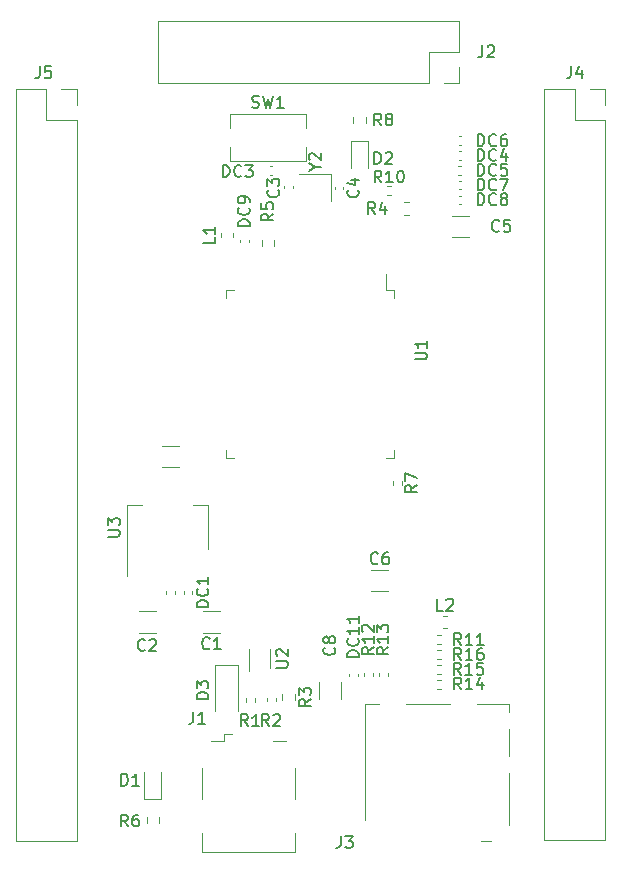
<source format=gbr>
%TF.GenerationSoftware,KiCad,Pcbnew,7.0.6*%
%TF.CreationDate,2023-07-17T14:52:58-07:00*%
%TF.ProjectId,pcb,7063622e-6b69-4636-9164-5f7063625858,rev?*%
%TF.SameCoordinates,Original*%
%TF.FileFunction,Legend,Top*%
%TF.FilePolarity,Positive*%
%FSLAX46Y46*%
G04 Gerber Fmt 4.6, Leading zero omitted, Abs format (unit mm)*
G04 Created by KiCad (PCBNEW 7.0.6) date 2023-07-17 14:52:58*
%MOMM*%
%LPD*%
G01*
G04 APERTURE LIST*
%ADD10C,0.150000*%
%ADD11C,0.120000*%
G04 APERTURE END LIST*
D10*
X95374819Y-86416666D02*
X94898628Y-86749999D01*
X95374819Y-86988094D02*
X94374819Y-86988094D01*
X94374819Y-86988094D02*
X94374819Y-86607142D01*
X94374819Y-86607142D02*
X94422438Y-86511904D01*
X94422438Y-86511904D02*
X94470057Y-86464285D01*
X94470057Y-86464285D02*
X94565295Y-86416666D01*
X94565295Y-86416666D02*
X94708152Y-86416666D01*
X94708152Y-86416666D02*
X94803390Y-86464285D01*
X94803390Y-86464285D02*
X94851009Y-86511904D01*
X94851009Y-86511904D02*
X94898628Y-86607142D01*
X94898628Y-86607142D02*
X94898628Y-86988094D01*
X94374819Y-86083332D02*
X94374819Y-85416666D01*
X94374819Y-85416666D02*
X95374819Y-85845237D01*
X100916666Y-49184819D02*
X100916666Y-49899104D01*
X100916666Y-49899104D02*
X100869047Y-50041961D01*
X100869047Y-50041961D02*
X100773809Y-50137200D01*
X100773809Y-50137200D02*
X100630952Y-50184819D01*
X100630952Y-50184819D02*
X100535714Y-50184819D01*
X101345238Y-49280057D02*
X101392857Y-49232438D01*
X101392857Y-49232438D02*
X101488095Y-49184819D01*
X101488095Y-49184819D02*
X101726190Y-49184819D01*
X101726190Y-49184819D02*
X101821428Y-49232438D01*
X101821428Y-49232438D02*
X101869047Y-49280057D01*
X101869047Y-49280057D02*
X101916666Y-49375295D01*
X101916666Y-49375295D02*
X101916666Y-49470533D01*
X101916666Y-49470533D02*
X101869047Y-49613390D01*
X101869047Y-49613390D02*
X101297619Y-50184819D01*
X101297619Y-50184819D02*
X101916666Y-50184819D01*
X99107142Y-99954819D02*
X98773809Y-99478628D01*
X98535714Y-99954819D02*
X98535714Y-98954819D01*
X98535714Y-98954819D02*
X98916666Y-98954819D01*
X98916666Y-98954819D02*
X99011904Y-99002438D01*
X99011904Y-99002438D02*
X99059523Y-99050057D01*
X99059523Y-99050057D02*
X99107142Y-99145295D01*
X99107142Y-99145295D02*
X99107142Y-99288152D01*
X99107142Y-99288152D02*
X99059523Y-99383390D01*
X99059523Y-99383390D02*
X99011904Y-99431009D01*
X99011904Y-99431009D02*
X98916666Y-99478628D01*
X98916666Y-99478628D02*
X98535714Y-99478628D01*
X100059523Y-99954819D02*
X99488095Y-99954819D01*
X99773809Y-99954819D02*
X99773809Y-98954819D01*
X99773809Y-98954819D02*
X99678571Y-99097676D01*
X99678571Y-99097676D02*
X99583333Y-99192914D01*
X99583333Y-99192914D02*
X99488095Y-99240533D01*
X101011904Y-99954819D02*
X100440476Y-99954819D01*
X100726190Y-99954819D02*
X100726190Y-98954819D01*
X100726190Y-98954819D02*
X100630952Y-99097676D01*
X100630952Y-99097676D02*
X100535714Y-99192914D01*
X100535714Y-99192914D02*
X100440476Y-99240533D01*
X69204819Y-90761904D02*
X70014342Y-90761904D01*
X70014342Y-90761904D02*
X70109580Y-90714285D01*
X70109580Y-90714285D02*
X70157200Y-90666666D01*
X70157200Y-90666666D02*
X70204819Y-90571428D01*
X70204819Y-90571428D02*
X70204819Y-90380952D01*
X70204819Y-90380952D02*
X70157200Y-90285714D01*
X70157200Y-90285714D02*
X70109580Y-90238095D01*
X70109580Y-90238095D02*
X70014342Y-90190476D01*
X70014342Y-90190476D02*
X69204819Y-90190476D01*
X69204819Y-89809523D02*
X69204819Y-89190476D01*
X69204819Y-89190476D02*
X69585771Y-89523809D01*
X69585771Y-89523809D02*
X69585771Y-89380952D01*
X69585771Y-89380952D02*
X69633390Y-89285714D01*
X69633390Y-89285714D02*
X69681009Y-89238095D01*
X69681009Y-89238095D02*
X69776247Y-89190476D01*
X69776247Y-89190476D02*
X70014342Y-89190476D01*
X70014342Y-89190476D02*
X70109580Y-89238095D01*
X70109580Y-89238095D02*
X70157200Y-89285714D01*
X70157200Y-89285714D02*
X70204819Y-89380952D01*
X70204819Y-89380952D02*
X70204819Y-89666666D01*
X70204819Y-89666666D02*
X70157200Y-89761904D01*
X70157200Y-89761904D02*
X70109580Y-89809523D01*
X77704819Y-96738094D02*
X76704819Y-96738094D01*
X76704819Y-96738094D02*
X76704819Y-96499999D01*
X76704819Y-96499999D02*
X76752438Y-96357142D01*
X76752438Y-96357142D02*
X76847676Y-96261904D01*
X76847676Y-96261904D02*
X76942914Y-96214285D01*
X76942914Y-96214285D02*
X77133390Y-96166666D01*
X77133390Y-96166666D02*
X77276247Y-96166666D01*
X77276247Y-96166666D02*
X77466723Y-96214285D01*
X77466723Y-96214285D02*
X77561961Y-96261904D01*
X77561961Y-96261904D02*
X77657200Y-96357142D01*
X77657200Y-96357142D02*
X77704819Y-96499999D01*
X77704819Y-96499999D02*
X77704819Y-96738094D01*
X77609580Y-95166666D02*
X77657200Y-95214285D01*
X77657200Y-95214285D02*
X77704819Y-95357142D01*
X77704819Y-95357142D02*
X77704819Y-95452380D01*
X77704819Y-95452380D02*
X77657200Y-95595237D01*
X77657200Y-95595237D02*
X77561961Y-95690475D01*
X77561961Y-95690475D02*
X77466723Y-95738094D01*
X77466723Y-95738094D02*
X77276247Y-95785713D01*
X77276247Y-95785713D02*
X77133390Y-95785713D01*
X77133390Y-95785713D02*
X76942914Y-95738094D01*
X76942914Y-95738094D02*
X76847676Y-95690475D01*
X76847676Y-95690475D02*
X76752438Y-95595237D01*
X76752438Y-95595237D02*
X76704819Y-95452380D01*
X76704819Y-95452380D02*
X76704819Y-95357142D01*
X76704819Y-95357142D02*
X76752438Y-95214285D01*
X76752438Y-95214285D02*
X76800057Y-95166666D01*
X77704819Y-94214285D02*
X77704819Y-94785713D01*
X77704819Y-94499999D02*
X76704819Y-94499999D01*
X76704819Y-94499999D02*
X76847676Y-94595237D01*
X76847676Y-94595237D02*
X76942914Y-94690475D01*
X76942914Y-94690475D02*
X76990533Y-94785713D01*
X77808333Y-100209580D02*
X77760714Y-100257200D01*
X77760714Y-100257200D02*
X77617857Y-100304819D01*
X77617857Y-100304819D02*
X77522619Y-100304819D01*
X77522619Y-100304819D02*
X77379762Y-100257200D01*
X77379762Y-100257200D02*
X77284524Y-100161961D01*
X77284524Y-100161961D02*
X77236905Y-100066723D01*
X77236905Y-100066723D02*
X77189286Y-99876247D01*
X77189286Y-99876247D02*
X77189286Y-99733390D01*
X77189286Y-99733390D02*
X77236905Y-99542914D01*
X77236905Y-99542914D02*
X77284524Y-99447676D01*
X77284524Y-99447676D02*
X77379762Y-99352438D01*
X77379762Y-99352438D02*
X77522619Y-99304819D01*
X77522619Y-99304819D02*
X77617857Y-99304819D01*
X77617857Y-99304819D02*
X77760714Y-99352438D01*
X77760714Y-99352438D02*
X77808333Y-99400057D01*
X78760714Y-100304819D02*
X78189286Y-100304819D01*
X78475000Y-100304819D02*
X78475000Y-99304819D01*
X78475000Y-99304819D02*
X78379762Y-99447676D01*
X78379762Y-99447676D02*
X78284524Y-99542914D01*
X78284524Y-99542914D02*
X78189286Y-99590533D01*
X76416666Y-105604819D02*
X76416666Y-106319104D01*
X76416666Y-106319104D02*
X76369047Y-106461961D01*
X76369047Y-106461961D02*
X76273809Y-106557200D01*
X76273809Y-106557200D02*
X76130952Y-106604819D01*
X76130952Y-106604819D02*
X76035714Y-106604819D01*
X77416666Y-106604819D02*
X76845238Y-106604819D01*
X77130952Y-106604819D02*
X77130952Y-105604819D01*
X77130952Y-105604819D02*
X77035714Y-105747676D01*
X77035714Y-105747676D02*
X76940476Y-105842914D01*
X76940476Y-105842914D02*
X76845238Y-105890533D01*
X63416666Y-50954819D02*
X63416666Y-51669104D01*
X63416666Y-51669104D02*
X63369047Y-51811961D01*
X63369047Y-51811961D02*
X63273809Y-51907200D01*
X63273809Y-51907200D02*
X63130952Y-51954819D01*
X63130952Y-51954819D02*
X63035714Y-51954819D01*
X64369047Y-50954819D02*
X63892857Y-50954819D01*
X63892857Y-50954819D02*
X63845238Y-51431009D01*
X63845238Y-51431009D02*
X63892857Y-51383390D01*
X63892857Y-51383390D02*
X63988095Y-51335771D01*
X63988095Y-51335771D02*
X64226190Y-51335771D01*
X64226190Y-51335771D02*
X64321428Y-51383390D01*
X64321428Y-51383390D02*
X64369047Y-51431009D01*
X64369047Y-51431009D02*
X64416666Y-51526247D01*
X64416666Y-51526247D02*
X64416666Y-51764342D01*
X64416666Y-51764342D02*
X64369047Y-51859580D01*
X64369047Y-51859580D02*
X64321428Y-51907200D01*
X64321428Y-51907200D02*
X64226190Y-51954819D01*
X64226190Y-51954819D02*
X63988095Y-51954819D01*
X63988095Y-51954819D02*
X63892857Y-51907200D01*
X63892857Y-51907200D02*
X63845238Y-51859580D01*
X108416666Y-50954819D02*
X108416666Y-51669104D01*
X108416666Y-51669104D02*
X108369047Y-51811961D01*
X108369047Y-51811961D02*
X108273809Y-51907200D01*
X108273809Y-51907200D02*
X108130952Y-51954819D01*
X108130952Y-51954819D02*
X108035714Y-51954819D01*
X109321428Y-51288152D02*
X109321428Y-51954819D01*
X109083333Y-50907200D02*
X108845238Y-51621485D01*
X108845238Y-51621485D02*
X109464285Y-51621485D01*
X88916666Y-116124819D02*
X88916666Y-116839104D01*
X88916666Y-116839104D02*
X88869047Y-116981961D01*
X88869047Y-116981961D02*
X88773809Y-117077200D01*
X88773809Y-117077200D02*
X88630952Y-117124819D01*
X88630952Y-117124819D02*
X88535714Y-117124819D01*
X89297619Y-116124819D02*
X89916666Y-116124819D01*
X89916666Y-116124819D02*
X89583333Y-116505771D01*
X89583333Y-116505771D02*
X89726190Y-116505771D01*
X89726190Y-116505771D02*
X89821428Y-116553390D01*
X89821428Y-116553390D02*
X89869047Y-116601009D01*
X89869047Y-116601009D02*
X89916666Y-116696247D01*
X89916666Y-116696247D02*
X89916666Y-116934342D01*
X89916666Y-116934342D02*
X89869047Y-117029580D01*
X89869047Y-117029580D02*
X89821428Y-117077200D01*
X89821428Y-117077200D02*
X89726190Y-117124819D01*
X89726190Y-117124819D02*
X89440476Y-117124819D01*
X89440476Y-117124819D02*
X89345238Y-117077200D01*
X89345238Y-117077200D02*
X89297619Y-117029580D01*
X99107142Y-101204819D02*
X98773809Y-100728628D01*
X98535714Y-101204819D02*
X98535714Y-100204819D01*
X98535714Y-100204819D02*
X98916666Y-100204819D01*
X98916666Y-100204819D02*
X99011904Y-100252438D01*
X99011904Y-100252438D02*
X99059523Y-100300057D01*
X99059523Y-100300057D02*
X99107142Y-100395295D01*
X99107142Y-100395295D02*
X99107142Y-100538152D01*
X99107142Y-100538152D02*
X99059523Y-100633390D01*
X99059523Y-100633390D02*
X99011904Y-100681009D01*
X99011904Y-100681009D02*
X98916666Y-100728628D01*
X98916666Y-100728628D02*
X98535714Y-100728628D01*
X100059523Y-101204819D02*
X99488095Y-101204819D01*
X99773809Y-101204819D02*
X99773809Y-100204819D01*
X99773809Y-100204819D02*
X99678571Y-100347676D01*
X99678571Y-100347676D02*
X99583333Y-100442914D01*
X99583333Y-100442914D02*
X99488095Y-100490533D01*
X100916666Y-100204819D02*
X100726190Y-100204819D01*
X100726190Y-100204819D02*
X100630952Y-100252438D01*
X100630952Y-100252438D02*
X100583333Y-100300057D01*
X100583333Y-100300057D02*
X100488095Y-100442914D01*
X100488095Y-100442914D02*
X100440476Y-100633390D01*
X100440476Y-100633390D02*
X100440476Y-101014342D01*
X100440476Y-101014342D02*
X100488095Y-101109580D01*
X100488095Y-101109580D02*
X100535714Y-101157200D01*
X100535714Y-101157200D02*
X100630952Y-101204819D01*
X100630952Y-101204819D02*
X100821428Y-101204819D01*
X100821428Y-101204819D02*
X100916666Y-101157200D01*
X100916666Y-101157200D02*
X100964285Y-101109580D01*
X100964285Y-101109580D02*
X101011904Y-101014342D01*
X101011904Y-101014342D02*
X101011904Y-100776247D01*
X101011904Y-100776247D02*
X100964285Y-100681009D01*
X100964285Y-100681009D02*
X100916666Y-100633390D01*
X100916666Y-100633390D02*
X100821428Y-100585771D01*
X100821428Y-100585771D02*
X100630952Y-100585771D01*
X100630952Y-100585771D02*
X100535714Y-100633390D01*
X100535714Y-100633390D02*
X100488095Y-100681009D01*
X100488095Y-100681009D02*
X100440476Y-100776247D01*
X97583333Y-97024819D02*
X97107143Y-97024819D01*
X97107143Y-97024819D02*
X97107143Y-96024819D01*
X97869048Y-96120057D02*
X97916667Y-96072438D01*
X97916667Y-96072438D02*
X98011905Y-96024819D01*
X98011905Y-96024819D02*
X98250000Y-96024819D01*
X98250000Y-96024819D02*
X98345238Y-96072438D01*
X98345238Y-96072438D02*
X98392857Y-96120057D01*
X98392857Y-96120057D02*
X98440476Y-96215295D01*
X98440476Y-96215295D02*
X98440476Y-96310533D01*
X98440476Y-96310533D02*
X98392857Y-96453390D01*
X98392857Y-96453390D02*
X97821429Y-97024819D01*
X97821429Y-97024819D02*
X98440476Y-97024819D01*
X95199819Y-75761904D02*
X96009342Y-75761904D01*
X96009342Y-75761904D02*
X96104580Y-75714285D01*
X96104580Y-75714285D02*
X96152200Y-75666666D01*
X96152200Y-75666666D02*
X96199819Y-75571428D01*
X96199819Y-75571428D02*
X96199819Y-75380952D01*
X96199819Y-75380952D02*
X96152200Y-75285714D01*
X96152200Y-75285714D02*
X96104580Y-75238095D01*
X96104580Y-75238095D02*
X96009342Y-75190476D01*
X96009342Y-75190476D02*
X95199819Y-75190476D01*
X96199819Y-74190476D02*
X96199819Y-74761904D01*
X96199819Y-74476190D02*
X95199819Y-74476190D01*
X95199819Y-74476190D02*
X95342676Y-74571428D01*
X95342676Y-74571428D02*
X95437914Y-74666666D01*
X95437914Y-74666666D02*
X95485533Y-74761904D01*
X100511905Y-57704819D02*
X100511905Y-56704819D01*
X100511905Y-56704819D02*
X100750000Y-56704819D01*
X100750000Y-56704819D02*
X100892857Y-56752438D01*
X100892857Y-56752438D02*
X100988095Y-56847676D01*
X100988095Y-56847676D02*
X101035714Y-56942914D01*
X101035714Y-56942914D02*
X101083333Y-57133390D01*
X101083333Y-57133390D02*
X101083333Y-57276247D01*
X101083333Y-57276247D02*
X101035714Y-57466723D01*
X101035714Y-57466723D02*
X100988095Y-57561961D01*
X100988095Y-57561961D02*
X100892857Y-57657200D01*
X100892857Y-57657200D02*
X100750000Y-57704819D01*
X100750000Y-57704819D02*
X100511905Y-57704819D01*
X102083333Y-57609580D02*
X102035714Y-57657200D01*
X102035714Y-57657200D02*
X101892857Y-57704819D01*
X101892857Y-57704819D02*
X101797619Y-57704819D01*
X101797619Y-57704819D02*
X101654762Y-57657200D01*
X101654762Y-57657200D02*
X101559524Y-57561961D01*
X101559524Y-57561961D02*
X101511905Y-57466723D01*
X101511905Y-57466723D02*
X101464286Y-57276247D01*
X101464286Y-57276247D02*
X101464286Y-57133390D01*
X101464286Y-57133390D02*
X101511905Y-56942914D01*
X101511905Y-56942914D02*
X101559524Y-56847676D01*
X101559524Y-56847676D02*
X101654762Y-56752438D01*
X101654762Y-56752438D02*
X101797619Y-56704819D01*
X101797619Y-56704819D02*
X101892857Y-56704819D01*
X101892857Y-56704819D02*
X102035714Y-56752438D01*
X102035714Y-56752438D02*
X102083333Y-56800057D01*
X102940476Y-56704819D02*
X102750000Y-56704819D01*
X102750000Y-56704819D02*
X102654762Y-56752438D01*
X102654762Y-56752438D02*
X102607143Y-56800057D01*
X102607143Y-56800057D02*
X102511905Y-56942914D01*
X102511905Y-56942914D02*
X102464286Y-57133390D01*
X102464286Y-57133390D02*
X102464286Y-57514342D01*
X102464286Y-57514342D02*
X102511905Y-57609580D01*
X102511905Y-57609580D02*
X102559524Y-57657200D01*
X102559524Y-57657200D02*
X102654762Y-57704819D01*
X102654762Y-57704819D02*
X102845238Y-57704819D01*
X102845238Y-57704819D02*
X102940476Y-57657200D01*
X102940476Y-57657200D02*
X102988095Y-57609580D01*
X102988095Y-57609580D02*
X103035714Y-57514342D01*
X103035714Y-57514342D02*
X103035714Y-57276247D01*
X103035714Y-57276247D02*
X102988095Y-57181009D01*
X102988095Y-57181009D02*
X102940476Y-57133390D01*
X102940476Y-57133390D02*
X102845238Y-57085771D01*
X102845238Y-57085771D02*
X102654762Y-57085771D01*
X102654762Y-57085771D02*
X102559524Y-57133390D01*
X102559524Y-57133390D02*
X102511905Y-57181009D01*
X102511905Y-57181009D02*
X102464286Y-57276247D01*
X91833333Y-63454819D02*
X91500000Y-62978628D01*
X91261905Y-63454819D02*
X91261905Y-62454819D01*
X91261905Y-62454819D02*
X91642857Y-62454819D01*
X91642857Y-62454819D02*
X91738095Y-62502438D01*
X91738095Y-62502438D02*
X91785714Y-62550057D01*
X91785714Y-62550057D02*
X91833333Y-62645295D01*
X91833333Y-62645295D02*
X91833333Y-62788152D01*
X91833333Y-62788152D02*
X91785714Y-62883390D01*
X91785714Y-62883390D02*
X91738095Y-62931009D01*
X91738095Y-62931009D02*
X91642857Y-62978628D01*
X91642857Y-62978628D02*
X91261905Y-62978628D01*
X92690476Y-62788152D02*
X92690476Y-63454819D01*
X92452381Y-62407200D02*
X92214286Y-63121485D01*
X92214286Y-63121485D02*
X92833333Y-63121485D01*
X78931905Y-60304819D02*
X78931905Y-59304819D01*
X78931905Y-59304819D02*
X79170000Y-59304819D01*
X79170000Y-59304819D02*
X79312857Y-59352438D01*
X79312857Y-59352438D02*
X79408095Y-59447676D01*
X79408095Y-59447676D02*
X79455714Y-59542914D01*
X79455714Y-59542914D02*
X79503333Y-59733390D01*
X79503333Y-59733390D02*
X79503333Y-59876247D01*
X79503333Y-59876247D02*
X79455714Y-60066723D01*
X79455714Y-60066723D02*
X79408095Y-60161961D01*
X79408095Y-60161961D02*
X79312857Y-60257200D01*
X79312857Y-60257200D02*
X79170000Y-60304819D01*
X79170000Y-60304819D02*
X78931905Y-60304819D01*
X80503333Y-60209580D02*
X80455714Y-60257200D01*
X80455714Y-60257200D02*
X80312857Y-60304819D01*
X80312857Y-60304819D02*
X80217619Y-60304819D01*
X80217619Y-60304819D02*
X80074762Y-60257200D01*
X80074762Y-60257200D02*
X79979524Y-60161961D01*
X79979524Y-60161961D02*
X79931905Y-60066723D01*
X79931905Y-60066723D02*
X79884286Y-59876247D01*
X79884286Y-59876247D02*
X79884286Y-59733390D01*
X79884286Y-59733390D02*
X79931905Y-59542914D01*
X79931905Y-59542914D02*
X79979524Y-59447676D01*
X79979524Y-59447676D02*
X80074762Y-59352438D01*
X80074762Y-59352438D02*
X80217619Y-59304819D01*
X80217619Y-59304819D02*
X80312857Y-59304819D01*
X80312857Y-59304819D02*
X80455714Y-59352438D01*
X80455714Y-59352438D02*
X80503333Y-59400057D01*
X80836667Y-59304819D02*
X81455714Y-59304819D01*
X81455714Y-59304819D02*
X81122381Y-59685771D01*
X81122381Y-59685771D02*
X81265238Y-59685771D01*
X81265238Y-59685771D02*
X81360476Y-59733390D01*
X81360476Y-59733390D02*
X81408095Y-59781009D01*
X81408095Y-59781009D02*
X81455714Y-59876247D01*
X81455714Y-59876247D02*
X81455714Y-60114342D01*
X81455714Y-60114342D02*
X81408095Y-60209580D01*
X81408095Y-60209580D02*
X81360476Y-60257200D01*
X81360476Y-60257200D02*
X81265238Y-60304819D01*
X81265238Y-60304819D02*
X80979524Y-60304819D01*
X80979524Y-60304819D02*
X80884286Y-60257200D01*
X80884286Y-60257200D02*
X80836667Y-60209580D01*
X86728628Y-59476190D02*
X87204819Y-59476190D01*
X86204819Y-59809523D02*
X86728628Y-59476190D01*
X86728628Y-59476190D02*
X86204819Y-59142857D01*
X86300057Y-58857142D02*
X86252438Y-58809523D01*
X86252438Y-58809523D02*
X86204819Y-58714285D01*
X86204819Y-58714285D02*
X86204819Y-58476190D01*
X86204819Y-58476190D02*
X86252438Y-58380952D01*
X86252438Y-58380952D02*
X86300057Y-58333333D01*
X86300057Y-58333333D02*
X86395295Y-58285714D01*
X86395295Y-58285714D02*
X86490533Y-58285714D01*
X86490533Y-58285714D02*
X86633390Y-58333333D01*
X86633390Y-58333333D02*
X87204819Y-58904761D01*
X87204819Y-58904761D02*
X87204819Y-58285714D01*
X99097142Y-102454819D02*
X98763809Y-101978628D01*
X98525714Y-102454819D02*
X98525714Y-101454819D01*
X98525714Y-101454819D02*
X98906666Y-101454819D01*
X98906666Y-101454819D02*
X99001904Y-101502438D01*
X99001904Y-101502438D02*
X99049523Y-101550057D01*
X99049523Y-101550057D02*
X99097142Y-101645295D01*
X99097142Y-101645295D02*
X99097142Y-101788152D01*
X99097142Y-101788152D02*
X99049523Y-101883390D01*
X99049523Y-101883390D02*
X99001904Y-101931009D01*
X99001904Y-101931009D02*
X98906666Y-101978628D01*
X98906666Y-101978628D02*
X98525714Y-101978628D01*
X100049523Y-102454819D02*
X99478095Y-102454819D01*
X99763809Y-102454819D02*
X99763809Y-101454819D01*
X99763809Y-101454819D02*
X99668571Y-101597676D01*
X99668571Y-101597676D02*
X99573333Y-101692914D01*
X99573333Y-101692914D02*
X99478095Y-101740533D01*
X100954285Y-101454819D02*
X100478095Y-101454819D01*
X100478095Y-101454819D02*
X100430476Y-101931009D01*
X100430476Y-101931009D02*
X100478095Y-101883390D01*
X100478095Y-101883390D02*
X100573333Y-101835771D01*
X100573333Y-101835771D02*
X100811428Y-101835771D01*
X100811428Y-101835771D02*
X100906666Y-101883390D01*
X100906666Y-101883390D02*
X100954285Y-101931009D01*
X100954285Y-101931009D02*
X101001904Y-102026247D01*
X101001904Y-102026247D02*
X101001904Y-102264342D01*
X101001904Y-102264342D02*
X100954285Y-102359580D01*
X100954285Y-102359580D02*
X100906666Y-102407200D01*
X100906666Y-102407200D02*
X100811428Y-102454819D01*
X100811428Y-102454819D02*
X100573333Y-102454819D01*
X100573333Y-102454819D02*
X100478095Y-102407200D01*
X100478095Y-102407200D02*
X100430476Y-102359580D01*
X99107142Y-103704819D02*
X98773809Y-103228628D01*
X98535714Y-103704819D02*
X98535714Y-102704819D01*
X98535714Y-102704819D02*
X98916666Y-102704819D01*
X98916666Y-102704819D02*
X99011904Y-102752438D01*
X99011904Y-102752438D02*
X99059523Y-102800057D01*
X99059523Y-102800057D02*
X99107142Y-102895295D01*
X99107142Y-102895295D02*
X99107142Y-103038152D01*
X99107142Y-103038152D02*
X99059523Y-103133390D01*
X99059523Y-103133390D02*
X99011904Y-103181009D01*
X99011904Y-103181009D02*
X98916666Y-103228628D01*
X98916666Y-103228628D02*
X98535714Y-103228628D01*
X100059523Y-103704819D02*
X99488095Y-103704819D01*
X99773809Y-103704819D02*
X99773809Y-102704819D01*
X99773809Y-102704819D02*
X99678571Y-102847676D01*
X99678571Y-102847676D02*
X99583333Y-102942914D01*
X99583333Y-102942914D02*
X99488095Y-102990533D01*
X100916666Y-103038152D02*
X100916666Y-103704819D01*
X100678571Y-102657200D02*
X100440476Y-103371485D01*
X100440476Y-103371485D02*
X101059523Y-103371485D01*
X100511905Y-60204819D02*
X100511905Y-59204819D01*
X100511905Y-59204819D02*
X100750000Y-59204819D01*
X100750000Y-59204819D02*
X100892857Y-59252438D01*
X100892857Y-59252438D02*
X100988095Y-59347676D01*
X100988095Y-59347676D02*
X101035714Y-59442914D01*
X101035714Y-59442914D02*
X101083333Y-59633390D01*
X101083333Y-59633390D02*
X101083333Y-59776247D01*
X101083333Y-59776247D02*
X101035714Y-59966723D01*
X101035714Y-59966723D02*
X100988095Y-60061961D01*
X100988095Y-60061961D02*
X100892857Y-60157200D01*
X100892857Y-60157200D02*
X100750000Y-60204819D01*
X100750000Y-60204819D02*
X100511905Y-60204819D01*
X102083333Y-60109580D02*
X102035714Y-60157200D01*
X102035714Y-60157200D02*
X101892857Y-60204819D01*
X101892857Y-60204819D02*
X101797619Y-60204819D01*
X101797619Y-60204819D02*
X101654762Y-60157200D01*
X101654762Y-60157200D02*
X101559524Y-60061961D01*
X101559524Y-60061961D02*
X101511905Y-59966723D01*
X101511905Y-59966723D02*
X101464286Y-59776247D01*
X101464286Y-59776247D02*
X101464286Y-59633390D01*
X101464286Y-59633390D02*
X101511905Y-59442914D01*
X101511905Y-59442914D02*
X101559524Y-59347676D01*
X101559524Y-59347676D02*
X101654762Y-59252438D01*
X101654762Y-59252438D02*
X101797619Y-59204819D01*
X101797619Y-59204819D02*
X101892857Y-59204819D01*
X101892857Y-59204819D02*
X102035714Y-59252438D01*
X102035714Y-59252438D02*
X102083333Y-59300057D01*
X102988095Y-59204819D02*
X102511905Y-59204819D01*
X102511905Y-59204819D02*
X102464286Y-59681009D01*
X102464286Y-59681009D02*
X102511905Y-59633390D01*
X102511905Y-59633390D02*
X102607143Y-59585771D01*
X102607143Y-59585771D02*
X102845238Y-59585771D01*
X102845238Y-59585771D02*
X102940476Y-59633390D01*
X102940476Y-59633390D02*
X102988095Y-59681009D01*
X102988095Y-59681009D02*
X103035714Y-59776247D01*
X103035714Y-59776247D02*
X103035714Y-60014342D01*
X103035714Y-60014342D02*
X102988095Y-60109580D01*
X102988095Y-60109580D02*
X102940476Y-60157200D01*
X102940476Y-60157200D02*
X102845238Y-60204819D01*
X102845238Y-60204819D02*
X102607143Y-60204819D01*
X102607143Y-60204819D02*
X102511905Y-60157200D01*
X102511905Y-60157200D02*
X102464286Y-60109580D01*
X100511905Y-58954819D02*
X100511905Y-57954819D01*
X100511905Y-57954819D02*
X100750000Y-57954819D01*
X100750000Y-57954819D02*
X100892857Y-58002438D01*
X100892857Y-58002438D02*
X100988095Y-58097676D01*
X100988095Y-58097676D02*
X101035714Y-58192914D01*
X101035714Y-58192914D02*
X101083333Y-58383390D01*
X101083333Y-58383390D02*
X101083333Y-58526247D01*
X101083333Y-58526247D02*
X101035714Y-58716723D01*
X101035714Y-58716723D02*
X100988095Y-58811961D01*
X100988095Y-58811961D02*
X100892857Y-58907200D01*
X100892857Y-58907200D02*
X100750000Y-58954819D01*
X100750000Y-58954819D02*
X100511905Y-58954819D01*
X102083333Y-58859580D02*
X102035714Y-58907200D01*
X102035714Y-58907200D02*
X101892857Y-58954819D01*
X101892857Y-58954819D02*
X101797619Y-58954819D01*
X101797619Y-58954819D02*
X101654762Y-58907200D01*
X101654762Y-58907200D02*
X101559524Y-58811961D01*
X101559524Y-58811961D02*
X101511905Y-58716723D01*
X101511905Y-58716723D02*
X101464286Y-58526247D01*
X101464286Y-58526247D02*
X101464286Y-58383390D01*
X101464286Y-58383390D02*
X101511905Y-58192914D01*
X101511905Y-58192914D02*
X101559524Y-58097676D01*
X101559524Y-58097676D02*
X101654762Y-58002438D01*
X101654762Y-58002438D02*
X101797619Y-57954819D01*
X101797619Y-57954819D02*
X101892857Y-57954819D01*
X101892857Y-57954819D02*
X102035714Y-58002438D01*
X102035714Y-58002438D02*
X102083333Y-58050057D01*
X102940476Y-58288152D02*
X102940476Y-58954819D01*
X102702381Y-57907200D02*
X102464286Y-58621485D01*
X102464286Y-58621485D02*
X103083333Y-58621485D01*
X92954819Y-100142857D02*
X92478628Y-100476190D01*
X92954819Y-100714285D02*
X91954819Y-100714285D01*
X91954819Y-100714285D02*
X91954819Y-100333333D01*
X91954819Y-100333333D02*
X92002438Y-100238095D01*
X92002438Y-100238095D02*
X92050057Y-100190476D01*
X92050057Y-100190476D02*
X92145295Y-100142857D01*
X92145295Y-100142857D02*
X92288152Y-100142857D01*
X92288152Y-100142857D02*
X92383390Y-100190476D01*
X92383390Y-100190476D02*
X92431009Y-100238095D01*
X92431009Y-100238095D02*
X92478628Y-100333333D01*
X92478628Y-100333333D02*
X92478628Y-100714285D01*
X92954819Y-99190476D02*
X92954819Y-99761904D01*
X92954819Y-99476190D02*
X91954819Y-99476190D01*
X91954819Y-99476190D02*
X92097676Y-99571428D01*
X92097676Y-99571428D02*
X92192914Y-99666666D01*
X92192914Y-99666666D02*
X92240533Y-99761904D01*
X91954819Y-98857142D02*
X91954819Y-98238095D01*
X91954819Y-98238095D02*
X92335771Y-98571428D01*
X92335771Y-98571428D02*
X92335771Y-98428571D01*
X92335771Y-98428571D02*
X92383390Y-98333333D01*
X92383390Y-98333333D02*
X92431009Y-98285714D01*
X92431009Y-98285714D02*
X92526247Y-98238095D01*
X92526247Y-98238095D02*
X92764342Y-98238095D01*
X92764342Y-98238095D02*
X92859580Y-98285714D01*
X92859580Y-98285714D02*
X92907200Y-98333333D01*
X92907200Y-98333333D02*
X92954819Y-98428571D01*
X92954819Y-98428571D02*
X92954819Y-98714285D01*
X92954819Y-98714285D02*
X92907200Y-98809523D01*
X92907200Y-98809523D02*
X92859580Y-98857142D01*
X100511905Y-62704819D02*
X100511905Y-61704819D01*
X100511905Y-61704819D02*
X100750000Y-61704819D01*
X100750000Y-61704819D02*
X100892857Y-61752438D01*
X100892857Y-61752438D02*
X100988095Y-61847676D01*
X100988095Y-61847676D02*
X101035714Y-61942914D01*
X101035714Y-61942914D02*
X101083333Y-62133390D01*
X101083333Y-62133390D02*
X101083333Y-62276247D01*
X101083333Y-62276247D02*
X101035714Y-62466723D01*
X101035714Y-62466723D02*
X100988095Y-62561961D01*
X100988095Y-62561961D02*
X100892857Y-62657200D01*
X100892857Y-62657200D02*
X100750000Y-62704819D01*
X100750000Y-62704819D02*
X100511905Y-62704819D01*
X102083333Y-62609580D02*
X102035714Y-62657200D01*
X102035714Y-62657200D02*
X101892857Y-62704819D01*
X101892857Y-62704819D02*
X101797619Y-62704819D01*
X101797619Y-62704819D02*
X101654762Y-62657200D01*
X101654762Y-62657200D02*
X101559524Y-62561961D01*
X101559524Y-62561961D02*
X101511905Y-62466723D01*
X101511905Y-62466723D02*
X101464286Y-62276247D01*
X101464286Y-62276247D02*
X101464286Y-62133390D01*
X101464286Y-62133390D02*
X101511905Y-61942914D01*
X101511905Y-61942914D02*
X101559524Y-61847676D01*
X101559524Y-61847676D02*
X101654762Y-61752438D01*
X101654762Y-61752438D02*
X101797619Y-61704819D01*
X101797619Y-61704819D02*
X101892857Y-61704819D01*
X101892857Y-61704819D02*
X102035714Y-61752438D01*
X102035714Y-61752438D02*
X102083333Y-61800057D01*
X102654762Y-62133390D02*
X102559524Y-62085771D01*
X102559524Y-62085771D02*
X102511905Y-62038152D01*
X102511905Y-62038152D02*
X102464286Y-61942914D01*
X102464286Y-61942914D02*
X102464286Y-61895295D01*
X102464286Y-61895295D02*
X102511905Y-61800057D01*
X102511905Y-61800057D02*
X102559524Y-61752438D01*
X102559524Y-61752438D02*
X102654762Y-61704819D01*
X102654762Y-61704819D02*
X102845238Y-61704819D01*
X102845238Y-61704819D02*
X102940476Y-61752438D01*
X102940476Y-61752438D02*
X102988095Y-61800057D01*
X102988095Y-61800057D02*
X103035714Y-61895295D01*
X103035714Y-61895295D02*
X103035714Y-61942914D01*
X103035714Y-61942914D02*
X102988095Y-62038152D01*
X102988095Y-62038152D02*
X102940476Y-62085771D01*
X102940476Y-62085771D02*
X102845238Y-62133390D01*
X102845238Y-62133390D02*
X102654762Y-62133390D01*
X102654762Y-62133390D02*
X102559524Y-62181009D01*
X102559524Y-62181009D02*
X102511905Y-62228628D01*
X102511905Y-62228628D02*
X102464286Y-62323866D01*
X102464286Y-62323866D02*
X102464286Y-62514342D01*
X102464286Y-62514342D02*
X102511905Y-62609580D01*
X102511905Y-62609580D02*
X102559524Y-62657200D01*
X102559524Y-62657200D02*
X102654762Y-62704819D01*
X102654762Y-62704819D02*
X102845238Y-62704819D01*
X102845238Y-62704819D02*
X102940476Y-62657200D01*
X102940476Y-62657200D02*
X102988095Y-62609580D01*
X102988095Y-62609580D02*
X103035714Y-62514342D01*
X103035714Y-62514342D02*
X103035714Y-62323866D01*
X103035714Y-62323866D02*
X102988095Y-62228628D01*
X102988095Y-62228628D02*
X102940476Y-62181009D01*
X102940476Y-62181009D02*
X102845238Y-62133390D01*
X88359580Y-100166666D02*
X88407200Y-100214285D01*
X88407200Y-100214285D02*
X88454819Y-100357142D01*
X88454819Y-100357142D02*
X88454819Y-100452380D01*
X88454819Y-100452380D02*
X88407200Y-100595237D01*
X88407200Y-100595237D02*
X88311961Y-100690475D01*
X88311961Y-100690475D02*
X88216723Y-100738094D01*
X88216723Y-100738094D02*
X88026247Y-100785713D01*
X88026247Y-100785713D02*
X87883390Y-100785713D01*
X87883390Y-100785713D02*
X87692914Y-100738094D01*
X87692914Y-100738094D02*
X87597676Y-100690475D01*
X87597676Y-100690475D02*
X87502438Y-100595237D01*
X87502438Y-100595237D02*
X87454819Y-100452380D01*
X87454819Y-100452380D02*
X87454819Y-100357142D01*
X87454819Y-100357142D02*
X87502438Y-100214285D01*
X87502438Y-100214285D02*
X87550057Y-100166666D01*
X87883390Y-99595237D02*
X87835771Y-99690475D01*
X87835771Y-99690475D02*
X87788152Y-99738094D01*
X87788152Y-99738094D02*
X87692914Y-99785713D01*
X87692914Y-99785713D02*
X87645295Y-99785713D01*
X87645295Y-99785713D02*
X87550057Y-99738094D01*
X87550057Y-99738094D02*
X87502438Y-99690475D01*
X87502438Y-99690475D02*
X87454819Y-99595237D01*
X87454819Y-99595237D02*
X87454819Y-99404761D01*
X87454819Y-99404761D02*
X87502438Y-99309523D01*
X87502438Y-99309523D02*
X87550057Y-99261904D01*
X87550057Y-99261904D02*
X87645295Y-99214285D01*
X87645295Y-99214285D02*
X87692914Y-99214285D01*
X87692914Y-99214285D02*
X87788152Y-99261904D01*
X87788152Y-99261904D02*
X87835771Y-99309523D01*
X87835771Y-99309523D02*
X87883390Y-99404761D01*
X87883390Y-99404761D02*
X87883390Y-99595237D01*
X87883390Y-99595237D02*
X87931009Y-99690475D01*
X87931009Y-99690475D02*
X87978628Y-99738094D01*
X87978628Y-99738094D02*
X88073866Y-99785713D01*
X88073866Y-99785713D02*
X88264342Y-99785713D01*
X88264342Y-99785713D02*
X88359580Y-99738094D01*
X88359580Y-99738094D02*
X88407200Y-99690475D01*
X88407200Y-99690475D02*
X88454819Y-99595237D01*
X88454819Y-99595237D02*
X88454819Y-99404761D01*
X88454819Y-99404761D02*
X88407200Y-99309523D01*
X88407200Y-99309523D02*
X88359580Y-99261904D01*
X88359580Y-99261904D02*
X88264342Y-99214285D01*
X88264342Y-99214285D02*
X88073866Y-99214285D01*
X88073866Y-99214285D02*
X87978628Y-99261904D01*
X87978628Y-99261904D02*
X87931009Y-99309523D01*
X87931009Y-99309523D02*
X87883390Y-99404761D01*
X91761905Y-59204819D02*
X91761905Y-58204819D01*
X91761905Y-58204819D02*
X92000000Y-58204819D01*
X92000000Y-58204819D02*
X92142857Y-58252438D01*
X92142857Y-58252438D02*
X92238095Y-58347676D01*
X92238095Y-58347676D02*
X92285714Y-58442914D01*
X92285714Y-58442914D02*
X92333333Y-58633390D01*
X92333333Y-58633390D02*
X92333333Y-58776247D01*
X92333333Y-58776247D02*
X92285714Y-58966723D01*
X92285714Y-58966723D02*
X92238095Y-59061961D01*
X92238095Y-59061961D02*
X92142857Y-59157200D01*
X92142857Y-59157200D02*
X92000000Y-59204819D01*
X92000000Y-59204819D02*
X91761905Y-59204819D01*
X92714286Y-58300057D02*
X92761905Y-58252438D01*
X92761905Y-58252438D02*
X92857143Y-58204819D01*
X92857143Y-58204819D02*
X93095238Y-58204819D01*
X93095238Y-58204819D02*
X93190476Y-58252438D01*
X93190476Y-58252438D02*
X93238095Y-58300057D01*
X93238095Y-58300057D02*
X93285714Y-58395295D01*
X93285714Y-58395295D02*
X93285714Y-58490533D01*
X93285714Y-58490533D02*
X93238095Y-58633390D01*
X93238095Y-58633390D02*
X92666667Y-59204819D01*
X92666667Y-59204819D02*
X93285714Y-59204819D01*
X81045833Y-106809819D02*
X80712500Y-106333628D01*
X80474405Y-106809819D02*
X80474405Y-105809819D01*
X80474405Y-105809819D02*
X80855357Y-105809819D01*
X80855357Y-105809819D02*
X80950595Y-105857438D01*
X80950595Y-105857438D02*
X80998214Y-105905057D01*
X80998214Y-105905057D02*
X81045833Y-106000295D01*
X81045833Y-106000295D02*
X81045833Y-106143152D01*
X81045833Y-106143152D02*
X80998214Y-106238390D01*
X80998214Y-106238390D02*
X80950595Y-106286009D01*
X80950595Y-106286009D02*
X80855357Y-106333628D01*
X80855357Y-106333628D02*
X80474405Y-106333628D01*
X81998214Y-106809819D02*
X81426786Y-106809819D01*
X81712500Y-106809819D02*
X81712500Y-105809819D01*
X81712500Y-105809819D02*
X81617262Y-105952676D01*
X81617262Y-105952676D02*
X81522024Y-106047914D01*
X81522024Y-106047914D02*
X81426786Y-106095533D01*
X82833333Y-106809819D02*
X82500000Y-106333628D01*
X82261905Y-106809819D02*
X82261905Y-105809819D01*
X82261905Y-105809819D02*
X82642857Y-105809819D01*
X82642857Y-105809819D02*
X82738095Y-105857438D01*
X82738095Y-105857438D02*
X82785714Y-105905057D01*
X82785714Y-105905057D02*
X82833333Y-106000295D01*
X82833333Y-106000295D02*
X82833333Y-106143152D01*
X82833333Y-106143152D02*
X82785714Y-106238390D01*
X82785714Y-106238390D02*
X82738095Y-106286009D01*
X82738095Y-106286009D02*
X82642857Y-106333628D01*
X82642857Y-106333628D02*
X82261905Y-106333628D01*
X83214286Y-105905057D02*
X83261905Y-105857438D01*
X83261905Y-105857438D02*
X83357143Y-105809819D01*
X83357143Y-105809819D02*
X83595238Y-105809819D01*
X83595238Y-105809819D02*
X83690476Y-105857438D01*
X83690476Y-105857438D02*
X83738095Y-105905057D01*
X83738095Y-105905057D02*
X83785714Y-106000295D01*
X83785714Y-106000295D02*
X83785714Y-106095533D01*
X83785714Y-106095533D02*
X83738095Y-106238390D01*
X83738095Y-106238390D02*
X83166667Y-106809819D01*
X83166667Y-106809819D02*
X83785714Y-106809819D01*
X102333333Y-64859580D02*
X102285714Y-64907200D01*
X102285714Y-64907200D02*
X102142857Y-64954819D01*
X102142857Y-64954819D02*
X102047619Y-64954819D01*
X102047619Y-64954819D02*
X101904762Y-64907200D01*
X101904762Y-64907200D02*
X101809524Y-64811961D01*
X101809524Y-64811961D02*
X101761905Y-64716723D01*
X101761905Y-64716723D02*
X101714286Y-64526247D01*
X101714286Y-64526247D02*
X101714286Y-64383390D01*
X101714286Y-64383390D02*
X101761905Y-64192914D01*
X101761905Y-64192914D02*
X101809524Y-64097676D01*
X101809524Y-64097676D02*
X101904762Y-64002438D01*
X101904762Y-64002438D02*
X102047619Y-63954819D01*
X102047619Y-63954819D02*
X102142857Y-63954819D01*
X102142857Y-63954819D02*
X102285714Y-64002438D01*
X102285714Y-64002438D02*
X102333333Y-64050057D01*
X103238095Y-63954819D02*
X102761905Y-63954819D01*
X102761905Y-63954819D02*
X102714286Y-64431009D01*
X102714286Y-64431009D02*
X102761905Y-64383390D01*
X102761905Y-64383390D02*
X102857143Y-64335771D01*
X102857143Y-64335771D02*
X103095238Y-64335771D01*
X103095238Y-64335771D02*
X103190476Y-64383390D01*
X103190476Y-64383390D02*
X103238095Y-64431009D01*
X103238095Y-64431009D02*
X103285714Y-64526247D01*
X103285714Y-64526247D02*
X103285714Y-64764342D01*
X103285714Y-64764342D02*
X103238095Y-64859580D01*
X103238095Y-64859580D02*
X103190476Y-64907200D01*
X103190476Y-64907200D02*
X103095238Y-64954819D01*
X103095238Y-64954819D02*
X102857143Y-64954819D01*
X102857143Y-64954819D02*
X102761905Y-64907200D01*
X102761905Y-64907200D02*
X102714286Y-64859580D01*
X70900833Y-115309819D02*
X70567500Y-114833628D01*
X70329405Y-115309819D02*
X70329405Y-114309819D01*
X70329405Y-114309819D02*
X70710357Y-114309819D01*
X70710357Y-114309819D02*
X70805595Y-114357438D01*
X70805595Y-114357438D02*
X70853214Y-114405057D01*
X70853214Y-114405057D02*
X70900833Y-114500295D01*
X70900833Y-114500295D02*
X70900833Y-114643152D01*
X70900833Y-114643152D02*
X70853214Y-114738390D01*
X70853214Y-114738390D02*
X70805595Y-114786009D01*
X70805595Y-114786009D02*
X70710357Y-114833628D01*
X70710357Y-114833628D02*
X70329405Y-114833628D01*
X71757976Y-114309819D02*
X71567500Y-114309819D01*
X71567500Y-114309819D02*
X71472262Y-114357438D01*
X71472262Y-114357438D02*
X71424643Y-114405057D01*
X71424643Y-114405057D02*
X71329405Y-114547914D01*
X71329405Y-114547914D02*
X71281786Y-114738390D01*
X71281786Y-114738390D02*
X71281786Y-115119342D01*
X71281786Y-115119342D02*
X71329405Y-115214580D01*
X71329405Y-115214580D02*
X71377024Y-115262200D01*
X71377024Y-115262200D02*
X71472262Y-115309819D01*
X71472262Y-115309819D02*
X71662738Y-115309819D01*
X71662738Y-115309819D02*
X71757976Y-115262200D01*
X71757976Y-115262200D02*
X71805595Y-115214580D01*
X71805595Y-115214580D02*
X71853214Y-115119342D01*
X71853214Y-115119342D02*
X71853214Y-114881247D01*
X71853214Y-114881247D02*
X71805595Y-114786009D01*
X71805595Y-114786009D02*
X71757976Y-114738390D01*
X71757976Y-114738390D02*
X71662738Y-114690771D01*
X71662738Y-114690771D02*
X71472262Y-114690771D01*
X71472262Y-114690771D02*
X71377024Y-114738390D01*
X71377024Y-114738390D02*
X71329405Y-114786009D01*
X71329405Y-114786009D02*
X71281786Y-114881247D01*
X92058333Y-93009580D02*
X92010714Y-93057200D01*
X92010714Y-93057200D02*
X91867857Y-93104819D01*
X91867857Y-93104819D02*
X91772619Y-93104819D01*
X91772619Y-93104819D02*
X91629762Y-93057200D01*
X91629762Y-93057200D02*
X91534524Y-92961961D01*
X91534524Y-92961961D02*
X91486905Y-92866723D01*
X91486905Y-92866723D02*
X91439286Y-92676247D01*
X91439286Y-92676247D02*
X91439286Y-92533390D01*
X91439286Y-92533390D02*
X91486905Y-92342914D01*
X91486905Y-92342914D02*
X91534524Y-92247676D01*
X91534524Y-92247676D02*
X91629762Y-92152438D01*
X91629762Y-92152438D02*
X91772619Y-92104819D01*
X91772619Y-92104819D02*
X91867857Y-92104819D01*
X91867857Y-92104819D02*
X92010714Y-92152438D01*
X92010714Y-92152438D02*
X92058333Y-92200057D01*
X92915476Y-92104819D02*
X92725000Y-92104819D01*
X92725000Y-92104819D02*
X92629762Y-92152438D01*
X92629762Y-92152438D02*
X92582143Y-92200057D01*
X92582143Y-92200057D02*
X92486905Y-92342914D01*
X92486905Y-92342914D02*
X92439286Y-92533390D01*
X92439286Y-92533390D02*
X92439286Y-92914342D01*
X92439286Y-92914342D02*
X92486905Y-93009580D01*
X92486905Y-93009580D02*
X92534524Y-93057200D01*
X92534524Y-93057200D02*
X92629762Y-93104819D01*
X92629762Y-93104819D02*
X92820238Y-93104819D01*
X92820238Y-93104819D02*
X92915476Y-93057200D01*
X92915476Y-93057200D02*
X92963095Y-93009580D01*
X92963095Y-93009580D02*
X93010714Y-92914342D01*
X93010714Y-92914342D02*
X93010714Y-92676247D01*
X93010714Y-92676247D02*
X92963095Y-92581009D01*
X92963095Y-92581009D02*
X92915476Y-92533390D01*
X92915476Y-92533390D02*
X92820238Y-92485771D01*
X92820238Y-92485771D02*
X92629762Y-92485771D01*
X92629762Y-92485771D02*
X92534524Y-92533390D01*
X92534524Y-92533390D02*
X92486905Y-92581009D01*
X92486905Y-92581009D02*
X92439286Y-92676247D01*
X90359580Y-61416666D02*
X90407200Y-61464285D01*
X90407200Y-61464285D02*
X90454819Y-61607142D01*
X90454819Y-61607142D02*
X90454819Y-61702380D01*
X90454819Y-61702380D02*
X90407200Y-61845237D01*
X90407200Y-61845237D02*
X90311961Y-61940475D01*
X90311961Y-61940475D02*
X90216723Y-61988094D01*
X90216723Y-61988094D02*
X90026247Y-62035713D01*
X90026247Y-62035713D02*
X89883390Y-62035713D01*
X89883390Y-62035713D02*
X89692914Y-61988094D01*
X89692914Y-61988094D02*
X89597676Y-61940475D01*
X89597676Y-61940475D02*
X89502438Y-61845237D01*
X89502438Y-61845237D02*
X89454819Y-61702380D01*
X89454819Y-61702380D02*
X89454819Y-61607142D01*
X89454819Y-61607142D02*
X89502438Y-61464285D01*
X89502438Y-61464285D02*
X89550057Y-61416666D01*
X89788152Y-60559523D02*
X90454819Y-60559523D01*
X89407200Y-60797618D02*
X90121485Y-61035713D01*
X90121485Y-61035713D02*
X90121485Y-60416666D01*
X81204819Y-64488094D02*
X80204819Y-64488094D01*
X80204819Y-64488094D02*
X80204819Y-64249999D01*
X80204819Y-64249999D02*
X80252438Y-64107142D01*
X80252438Y-64107142D02*
X80347676Y-64011904D01*
X80347676Y-64011904D02*
X80442914Y-63964285D01*
X80442914Y-63964285D02*
X80633390Y-63916666D01*
X80633390Y-63916666D02*
X80776247Y-63916666D01*
X80776247Y-63916666D02*
X80966723Y-63964285D01*
X80966723Y-63964285D02*
X81061961Y-64011904D01*
X81061961Y-64011904D02*
X81157200Y-64107142D01*
X81157200Y-64107142D02*
X81204819Y-64249999D01*
X81204819Y-64249999D02*
X81204819Y-64488094D01*
X81109580Y-62916666D02*
X81157200Y-62964285D01*
X81157200Y-62964285D02*
X81204819Y-63107142D01*
X81204819Y-63107142D02*
X81204819Y-63202380D01*
X81204819Y-63202380D02*
X81157200Y-63345237D01*
X81157200Y-63345237D02*
X81061961Y-63440475D01*
X81061961Y-63440475D02*
X80966723Y-63488094D01*
X80966723Y-63488094D02*
X80776247Y-63535713D01*
X80776247Y-63535713D02*
X80633390Y-63535713D01*
X80633390Y-63535713D02*
X80442914Y-63488094D01*
X80442914Y-63488094D02*
X80347676Y-63440475D01*
X80347676Y-63440475D02*
X80252438Y-63345237D01*
X80252438Y-63345237D02*
X80204819Y-63202380D01*
X80204819Y-63202380D02*
X80204819Y-63107142D01*
X80204819Y-63107142D02*
X80252438Y-62964285D01*
X80252438Y-62964285D02*
X80300057Y-62916666D01*
X81204819Y-62440475D02*
X81204819Y-62249999D01*
X81204819Y-62249999D02*
X81157200Y-62154761D01*
X81157200Y-62154761D02*
X81109580Y-62107142D01*
X81109580Y-62107142D02*
X80966723Y-62011904D01*
X80966723Y-62011904D02*
X80776247Y-61964285D01*
X80776247Y-61964285D02*
X80395295Y-61964285D01*
X80395295Y-61964285D02*
X80300057Y-62011904D01*
X80300057Y-62011904D02*
X80252438Y-62059523D01*
X80252438Y-62059523D02*
X80204819Y-62154761D01*
X80204819Y-62154761D02*
X80204819Y-62345237D01*
X80204819Y-62345237D02*
X80252438Y-62440475D01*
X80252438Y-62440475D02*
X80300057Y-62488094D01*
X80300057Y-62488094D02*
X80395295Y-62535713D01*
X80395295Y-62535713D02*
X80633390Y-62535713D01*
X80633390Y-62535713D02*
X80728628Y-62488094D01*
X80728628Y-62488094D02*
X80776247Y-62440475D01*
X80776247Y-62440475D02*
X80823866Y-62345237D01*
X80823866Y-62345237D02*
X80823866Y-62154761D01*
X80823866Y-62154761D02*
X80776247Y-62059523D01*
X80776247Y-62059523D02*
X80728628Y-62011904D01*
X80728628Y-62011904D02*
X80633390Y-61964285D01*
X77704819Y-104523094D02*
X76704819Y-104523094D01*
X76704819Y-104523094D02*
X76704819Y-104284999D01*
X76704819Y-104284999D02*
X76752438Y-104142142D01*
X76752438Y-104142142D02*
X76847676Y-104046904D01*
X76847676Y-104046904D02*
X76942914Y-103999285D01*
X76942914Y-103999285D02*
X77133390Y-103951666D01*
X77133390Y-103951666D02*
X77276247Y-103951666D01*
X77276247Y-103951666D02*
X77466723Y-103999285D01*
X77466723Y-103999285D02*
X77561961Y-104046904D01*
X77561961Y-104046904D02*
X77657200Y-104142142D01*
X77657200Y-104142142D02*
X77704819Y-104284999D01*
X77704819Y-104284999D02*
X77704819Y-104523094D01*
X76704819Y-103618332D02*
X76704819Y-102999285D01*
X76704819Y-102999285D02*
X77085771Y-103332618D01*
X77085771Y-103332618D02*
X77085771Y-103189761D01*
X77085771Y-103189761D02*
X77133390Y-103094523D01*
X77133390Y-103094523D02*
X77181009Y-103046904D01*
X77181009Y-103046904D02*
X77276247Y-102999285D01*
X77276247Y-102999285D02*
X77514342Y-102999285D01*
X77514342Y-102999285D02*
X77609580Y-103046904D01*
X77609580Y-103046904D02*
X77657200Y-103094523D01*
X77657200Y-103094523D02*
X77704819Y-103189761D01*
X77704819Y-103189761D02*
X77704819Y-103475475D01*
X77704819Y-103475475D02*
X77657200Y-103570713D01*
X77657200Y-103570713D02*
X77609580Y-103618332D01*
X100511905Y-61454819D02*
X100511905Y-60454819D01*
X100511905Y-60454819D02*
X100750000Y-60454819D01*
X100750000Y-60454819D02*
X100892857Y-60502438D01*
X100892857Y-60502438D02*
X100988095Y-60597676D01*
X100988095Y-60597676D02*
X101035714Y-60692914D01*
X101035714Y-60692914D02*
X101083333Y-60883390D01*
X101083333Y-60883390D02*
X101083333Y-61026247D01*
X101083333Y-61026247D02*
X101035714Y-61216723D01*
X101035714Y-61216723D02*
X100988095Y-61311961D01*
X100988095Y-61311961D02*
X100892857Y-61407200D01*
X100892857Y-61407200D02*
X100750000Y-61454819D01*
X100750000Y-61454819D02*
X100511905Y-61454819D01*
X102083333Y-61359580D02*
X102035714Y-61407200D01*
X102035714Y-61407200D02*
X101892857Y-61454819D01*
X101892857Y-61454819D02*
X101797619Y-61454819D01*
X101797619Y-61454819D02*
X101654762Y-61407200D01*
X101654762Y-61407200D02*
X101559524Y-61311961D01*
X101559524Y-61311961D02*
X101511905Y-61216723D01*
X101511905Y-61216723D02*
X101464286Y-61026247D01*
X101464286Y-61026247D02*
X101464286Y-60883390D01*
X101464286Y-60883390D02*
X101511905Y-60692914D01*
X101511905Y-60692914D02*
X101559524Y-60597676D01*
X101559524Y-60597676D02*
X101654762Y-60502438D01*
X101654762Y-60502438D02*
X101797619Y-60454819D01*
X101797619Y-60454819D02*
X101892857Y-60454819D01*
X101892857Y-60454819D02*
X102035714Y-60502438D01*
X102035714Y-60502438D02*
X102083333Y-60550057D01*
X102416667Y-60454819D02*
X103083333Y-60454819D01*
X103083333Y-60454819D02*
X102654762Y-61454819D01*
X91704819Y-100142857D02*
X91228628Y-100476190D01*
X91704819Y-100714285D02*
X90704819Y-100714285D01*
X90704819Y-100714285D02*
X90704819Y-100333333D01*
X90704819Y-100333333D02*
X90752438Y-100238095D01*
X90752438Y-100238095D02*
X90800057Y-100190476D01*
X90800057Y-100190476D02*
X90895295Y-100142857D01*
X90895295Y-100142857D02*
X91038152Y-100142857D01*
X91038152Y-100142857D02*
X91133390Y-100190476D01*
X91133390Y-100190476D02*
X91181009Y-100238095D01*
X91181009Y-100238095D02*
X91228628Y-100333333D01*
X91228628Y-100333333D02*
X91228628Y-100714285D01*
X91704819Y-99190476D02*
X91704819Y-99761904D01*
X91704819Y-99476190D02*
X90704819Y-99476190D01*
X90704819Y-99476190D02*
X90847676Y-99571428D01*
X90847676Y-99571428D02*
X90942914Y-99666666D01*
X90942914Y-99666666D02*
X90990533Y-99761904D01*
X90800057Y-98809523D02*
X90752438Y-98761904D01*
X90752438Y-98761904D02*
X90704819Y-98666666D01*
X90704819Y-98666666D02*
X90704819Y-98428571D01*
X90704819Y-98428571D02*
X90752438Y-98333333D01*
X90752438Y-98333333D02*
X90800057Y-98285714D01*
X90800057Y-98285714D02*
X90895295Y-98238095D01*
X90895295Y-98238095D02*
X90990533Y-98238095D01*
X90990533Y-98238095D02*
X91133390Y-98285714D01*
X91133390Y-98285714D02*
X91704819Y-98857142D01*
X91704819Y-98857142D02*
X91704819Y-98238095D01*
X83204819Y-63416666D02*
X82728628Y-63749999D01*
X83204819Y-63988094D02*
X82204819Y-63988094D01*
X82204819Y-63988094D02*
X82204819Y-63607142D01*
X82204819Y-63607142D02*
X82252438Y-63511904D01*
X82252438Y-63511904D02*
X82300057Y-63464285D01*
X82300057Y-63464285D02*
X82395295Y-63416666D01*
X82395295Y-63416666D02*
X82538152Y-63416666D01*
X82538152Y-63416666D02*
X82633390Y-63464285D01*
X82633390Y-63464285D02*
X82681009Y-63511904D01*
X82681009Y-63511904D02*
X82728628Y-63607142D01*
X82728628Y-63607142D02*
X82728628Y-63988094D01*
X82204819Y-62511904D02*
X82204819Y-62988094D01*
X82204819Y-62988094D02*
X82681009Y-63035713D01*
X82681009Y-63035713D02*
X82633390Y-62988094D01*
X82633390Y-62988094D02*
X82585771Y-62892856D01*
X82585771Y-62892856D02*
X82585771Y-62654761D01*
X82585771Y-62654761D02*
X82633390Y-62559523D01*
X82633390Y-62559523D02*
X82681009Y-62511904D01*
X82681009Y-62511904D02*
X82776247Y-62464285D01*
X82776247Y-62464285D02*
X83014342Y-62464285D01*
X83014342Y-62464285D02*
X83109580Y-62511904D01*
X83109580Y-62511904D02*
X83157200Y-62559523D01*
X83157200Y-62559523D02*
X83204819Y-62654761D01*
X83204819Y-62654761D02*
X83204819Y-62892856D01*
X83204819Y-62892856D02*
X83157200Y-62988094D01*
X83157200Y-62988094D02*
X83109580Y-63035713D01*
X92333333Y-55954819D02*
X92000000Y-55478628D01*
X91761905Y-55954819D02*
X91761905Y-54954819D01*
X91761905Y-54954819D02*
X92142857Y-54954819D01*
X92142857Y-54954819D02*
X92238095Y-55002438D01*
X92238095Y-55002438D02*
X92285714Y-55050057D01*
X92285714Y-55050057D02*
X92333333Y-55145295D01*
X92333333Y-55145295D02*
X92333333Y-55288152D01*
X92333333Y-55288152D02*
X92285714Y-55383390D01*
X92285714Y-55383390D02*
X92238095Y-55431009D01*
X92238095Y-55431009D02*
X92142857Y-55478628D01*
X92142857Y-55478628D02*
X91761905Y-55478628D01*
X92904762Y-55383390D02*
X92809524Y-55335771D01*
X92809524Y-55335771D02*
X92761905Y-55288152D01*
X92761905Y-55288152D02*
X92714286Y-55192914D01*
X92714286Y-55192914D02*
X92714286Y-55145295D01*
X92714286Y-55145295D02*
X92761905Y-55050057D01*
X92761905Y-55050057D02*
X92809524Y-55002438D01*
X92809524Y-55002438D02*
X92904762Y-54954819D01*
X92904762Y-54954819D02*
X93095238Y-54954819D01*
X93095238Y-54954819D02*
X93190476Y-55002438D01*
X93190476Y-55002438D02*
X93238095Y-55050057D01*
X93238095Y-55050057D02*
X93285714Y-55145295D01*
X93285714Y-55145295D02*
X93285714Y-55192914D01*
X93285714Y-55192914D02*
X93238095Y-55288152D01*
X93238095Y-55288152D02*
X93190476Y-55335771D01*
X93190476Y-55335771D02*
X93095238Y-55383390D01*
X93095238Y-55383390D02*
X92904762Y-55383390D01*
X92904762Y-55383390D02*
X92809524Y-55431009D01*
X92809524Y-55431009D02*
X92761905Y-55478628D01*
X92761905Y-55478628D02*
X92714286Y-55573866D01*
X92714286Y-55573866D02*
X92714286Y-55764342D01*
X92714286Y-55764342D02*
X92761905Y-55859580D01*
X92761905Y-55859580D02*
X92809524Y-55907200D01*
X92809524Y-55907200D02*
X92904762Y-55954819D01*
X92904762Y-55954819D02*
X93095238Y-55954819D01*
X93095238Y-55954819D02*
X93190476Y-55907200D01*
X93190476Y-55907200D02*
X93238095Y-55859580D01*
X93238095Y-55859580D02*
X93285714Y-55764342D01*
X93285714Y-55764342D02*
X93285714Y-55573866D01*
X93285714Y-55573866D02*
X93238095Y-55478628D01*
X93238095Y-55478628D02*
X93190476Y-55431009D01*
X93190476Y-55431009D02*
X93095238Y-55383390D01*
X86384819Y-104521666D02*
X85908628Y-104854999D01*
X86384819Y-105093094D02*
X85384819Y-105093094D01*
X85384819Y-105093094D02*
X85384819Y-104712142D01*
X85384819Y-104712142D02*
X85432438Y-104616904D01*
X85432438Y-104616904D02*
X85480057Y-104569285D01*
X85480057Y-104569285D02*
X85575295Y-104521666D01*
X85575295Y-104521666D02*
X85718152Y-104521666D01*
X85718152Y-104521666D02*
X85813390Y-104569285D01*
X85813390Y-104569285D02*
X85861009Y-104616904D01*
X85861009Y-104616904D02*
X85908628Y-104712142D01*
X85908628Y-104712142D02*
X85908628Y-105093094D01*
X85384819Y-104188332D02*
X85384819Y-103569285D01*
X85384819Y-103569285D02*
X85765771Y-103902618D01*
X85765771Y-103902618D02*
X85765771Y-103759761D01*
X85765771Y-103759761D02*
X85813390Y-103664523D01*
X85813390Y-103664523D02*
X85861009Y-103616904D01*
X85861009Y-103616904D02*
X85956247Y-103569285D01*
X85956247Y-103569285D02*
X86194342Y-103569285D01*
X86194342Y-103569285D02*
X86289580Y-103616904D01*
X86289580Y-103616904D02*
X86337200Y-103664523D01*
X86337200Y-103664523D02*
X86384819Y-103759761D01*
X86384819Y-103759761D02*
X86384819Y-104045475D01*
X86384819Y-104045475D02*
X86337200Y-104140713D01*
X86337200Y-104140713D02*
X86289580Y-104188332D01*
X78274819Y-65416666D02*
X78274819Y-65892856D01*
X78274819Y-65892856D02*
X77274819Y-65892856D01*
X78274819Y-64559523D02*
X78274819Y-65130951D01*
X78274819Y-64845237D02*
X77274819Y-64845237D01*
X77274819Y-64845237D02*
X77417676Y-64940475D01*
X77417676Y-64940475D02*
X77512914Y-65035713D01*
X77512914Y-65035713D02*
X77560533Y-65130951D01*
X81416667Y-54407200D02*
X81559524Y-54454819D01*
X81559524Y-54454819D02*
X81797619Y-54454819D01*
X81797619Y-54454819D02*
X81892857Y-54407200D01*
X81892857Y-54407200D02*
X81940476Y-54359580D01*
X81940476Y-54359580D02*
X81988095Y-54264342D01*
X81988095Y-54264342D02*
X81988095Y-54169104D01*
X81988095Y-54169104D02*
X81940476Y-54073866D01*
X81940476Y-54073866D02*
X81892857Y-54026247D01*
X81892857Y-54026247D02*
X81797619Y-53978628D01*
X81797619Y-53978628D02*
X81607143Y-53931009D01*
X81607143Y-53931009D02*
X81511905Y-53883390D01*
X81511905Y-53883390D02*
X81464286Y-53835771D01*
X81464286Y-53835771D02*
X81416667Y-53740533D01*
X81416667Y-53740533D02*
X81416667Y-53645295D01*
X81416667Y-53645295D02*
X81464286Y-53550057D01*
X81464286Y-53550057D02*
X81511905Y-53502438D01*
X81511905Y-53502438D02*
X81607143Y-53454819D01*
X81607143Y-53454819D02*
X81845238Y-53454819D01*
X81845238Y-53454819D02*
X81988095Y-53502438D01*
X82321429Y-53454819D02*
X82559524Y-54454819D01*
X82559524Y-54454819D02*
X82750000Y-53740533D01*
X82750000Y-53740533D02*
X82940476Y-54454819D01*
X82940476Y-54454819D02*
X83178572Y-53454819D01*
X84083333Y-54454819D02*
X83511905Y-54454819D01*
X83797619Y-54454819D02*
X83797619Y-53454819D01*
X83797619Y-53454819D02*
X83702381Y-53597676D01*
X83702381Y-53597676D02*
X83607143Y-53692914D01*
X83607143Y-53692914D02*
X83511905Y-53740533D01*
X83454819Y-101866904D02*
X84264342Y-101866904D01*
X84264342Y-101866904D02*
X84359580Y-101819285D01*
X84359580Y-101819285D02*
X84407200Y-101771666D01*
X84407200Y-101771666D02*
X84454819Y-101676428D01*
X84454819Y-101676428D02*
X84454819Y-101485952D01*
X84454819Y-101485952D02*
X84407200Y-101390714D01*
X84407200Y-101390714D02*
X84359580Y-101343095D01*
X84359580Y-101343095D02*
X84264342Y-101295476D01*
X84264342Y-101295476D02*
X83454819Y-101295476D01*
X83550057Y-100866904D02*
X83502438Y-100819285D01*
X83502438Y-100819285D02*
X83454819Y-100724047D01*
X83454819Y-100724047D02*
X83454819Y-100485952D01*
X83454819Y-100485952D02*
X83502438Y-100390714D01*
X83502438Y-100390714D02*
X83550057Y-100343095D01*
X83550057Y-100343095D02*
X83645295Y-100295476D01*
X83645295Y-100295476D02*
X83740533Y-100295476D01*
X83740533Y-100295476D02*
X83883390Y-100343095D01*
X83883390Y-100343095D02*
X84454819Y-100914523D01*
X84454819Y-100914523D02*
X84454819Y-100295476D01*
X92357142Y-60784819D02*
X92023809Y-60308628D01*
X91785714Y-60784819D02*
X91785714Y-59784819D01*
X91785714Y-59784819D02*
X92166666Y-59784819D01*
X92166666Y-59784819D02*
X92261904Y-59832438D01*
X92261904Y-59832438D02*
X92309523Y-59880057D01*
X92309523Y-59880057D02*
X92357142Y-59975295D01*
X92357142Y-59975295D02*
X92357142Y-60118152D01*
X92357142Y-60118152D02*
X92309523Y-60213390D01*
X92309523Y-60213390D02*
X92261904Y-60261009D01*
X92261904Y-60261009D02*
X92166666Y-60308628D01*
X92166666Y-60308628D02*
X91785714Y-60308628D01*
X93309523Y-60784819D02*
X92738095Y-60784819D01*
X93023809Y-60784819D02*
X93023809Y-59784819D01*
X93023809Y-59784819D02*
X92928571Y-59927676D01*
X92928571Y-59927676D02*
X92833333Y-60022914D01*
X92833333Y-60022914D02*
X92738095Y-60070533D01*
X93928571Y-59784819D02*
X94023809Y-59784819D01*
X94023809Y-59784819D02*
X94119047Y-59832438D01*
X94119047Y-59832438D02*
X94166666Y-59880057D01*
X94166666Y-59880057D02*
X94214285Y-59975295D01*
X94214285Y-59975295D02*
X94261904Y-60165771D01*
X94261904Y-60165771D02*
X94261904Y-60403866D01*
X94261904Y-60403866D02*
X94214285Y-60594342D01*
X94214285Y-60594342D02*
X94166666Y-60689580D01*
X94166666Y-60689580D02*
X94119047Y-60737200D01*
X94119047Y-60737200D02*
X94023809Y-60784819D01*
X94023809Y-60784819D02*
X93928571Y-60784819D01*
X93928571Y-60784819D02*
X93833333Y-60737200D01*
X93833333Y-60737200D02*
X93785714Y-60689580D01*
X93785714Y-60689580D02*
X93738095Y-60594342D01*
X93738095Y-60594342D02*
X93690476Y-60403866D01*
X93690476Y-60403866D02*
X93690476Y-60165771D01*
X93690476Y-60165771D02*
X93738095Y-59975295D01*
X93738095Y-59975295D02*
X93785714Y-59880057D01*
X93785714Y-59880057D02*
X93833333Y-59832438D01*
X93833333Y-59832438D02*
X93928571Y-59784819D01*
X90454819Y-100964285D02*
X89454819Y-100964285D01*
X89454819Y-100964285D02*
X89454819Y-100726190D01*
X89454819Y-100726190D02*
X89502438Y-100583333D01*
X89502438Y-100583333D02*
X89597676Y-100488095D01*
X89597676Y-100488095D02*
X89692914Y-100440476D01*
X89692914Y-100440476D02*
X89883390Y-100392857D01*
X89883390Y-100392857D02*
X90026247Y-100392857D01*
X90026247Y-100392857D02*
X90216723Y-100440476D01*
X90216723Y-100440476D02*
X90311961Y-100488095D01*
X90311961Y-100488095D02*
X90407200Y-100583333D01*
X90407200Y-100583333D02*
X90454819Y-100726190D01*
X90454819Y-100726190D02*
X90454819Y-100964285D01*
X90359580Y-99392857D02*
X90407200Y-99440476D01*
X90407200Y-99440476D02*
X90454819Y-99583333D01*
X90454819Y-99583333D02*
X90454819Y-99678571D01*
X90454819Y-99678571D02*
X90407200Y-99821428D01*
X90407200Y-99821428D02*
X90311961Y-99916666D01*
X90311961Y-99916666D02*
X90216723Y-99964285D01*
X90216723Y-99964285D02*
X90026247Y-100011904D01*
X90026247Y-100011904D02*
X89883390Y-100011904D01*
X89883390Y-100011904D02*
X89692914Y-99964285D01*
X89692914Y-99964285D02*
X89597676Y-99916666D01*
X89597676Y-99916666D02*
X89502438Y-99821428D01*
X89502438Y-99821428D02*
X89454819Y-99678571D01*
X89454819Y-99678571D02*
X89454819Y-99583333D01*
X89454819Y-99583333D02*
X89502438Y-99440476D01*
X89502438Y-99440476D02*
X89550057Y-99392857D01*
X90454819Y-98440476D02*
X90454819Y-99011904D01*
X90454819Y-98726190D02*
X89454819Y-98726190D01*
X89454819Y-98726190D02*
X89597676Y-98821428D01*
X89597676Y-98821428D02*
X89692914Y-98916666D01*
X89692914Y-98916666D02*
X89740533Y-99011904D01*
X90454819Y-97488095D02*
X90454819Y-98059523D01*
X90454819Y-97773809D02*
X89454819Y-97773809D01*
X89454819Y-97773809D02*
X89597676Y-97869047D01*
X89597676Y-97869047D02*
X89692914Y-97964285D01*
X89692914Y-97964285D02*
X89740533Y-98059523D01*
X70329405Y-111847319D02*
X70329405Y-110847319D01*
X70329405Y-110847319D02*
X70567500Y-110847319D01*
X70567500Y-110847319D02*
X70710357Y-110894938D01*
X70710357Y-110894938D02*
X70805595Y-110990176D01*
X70805595Y-110990176D02*
X70853214Y-111085414D01*
X70853214Y-111085414D02*
X70900833Y-111275890D01*
X70900833Y-111275890D02*
X70900833Y-111418747D01*
X70900833Y-111418747D02*
X70853214Y-111609223D01*
X70853214Y-111609223D02*
X70805595Y-111704461D01*
X70805595Y-111704461D02*
X70710357Y-111799700D01*
X70710357Y-111799700D02*
X70567500Y-111847319D01*
X70567500Y-111847319D02*
X70329405Y-111847319D01*
X71853214Y-111847319D02*
X71281786Y-111847319D01*
X71567500Y-111847319D02*
X71567500Y-110847319D01*
X71567500Y-110847319D02*
X71472262Y-110990176D01*
X71472262Y-110990176D02*
X71377024Y-111085414D01*
X71377024Y-111085414D02*
X71281786Y-111133033D01*
X72333333Y-100359580D02*
X72285714Y-100407200D01*
X72285714Y-100407200D02*
X72142857Y-100454819D01*
X72142857Y-100454819D02*
X72047619Y-100454819D01*
X72047619Y-100454819D02*
X71904762Y-100407200D01*
X71904762Y-100407200D02*
X71809524Y-100311961D01*
X71809524Y-100311961D02*
X71761905Y-100216723D01*
X71761905Y-100216723D02*
X71714286Y-100026247D01*
X71714286Y-100026247D02*
X71714286Y-99883390D01*
X71714286Y-99883390D02*
X71761905Y-99692914D01*
X71761905Y-99692914D02*
X71809524Y-99597676D01*
X71809524Y-99597676D02*
X71904762Y-99502438D01*
X71904762Y-99502438D02*
X72047619Y-99454819D01*
X72047619Y-99454819D02*
X72142857Y-99454819D01*
X72142857Y-99454819D02*
X72285714Y-99502438D01*
X72285714Y-99502438D02*
X72333333Y-99550057D01*
X72714286Y-99550057D02*
X72761905Y-99502438D01*
X72761905Y-99502438D02*
X72857143Y-99454819D01*
X72857143Y-99454819D02*
X73095238Y-99454819D01*
X73095238Y-99454819D02*
X73190476Y-99502438D01*
X73190476Y-99502438D02*
X73238095Y-99550057D01*
X73238095Y-99550057D02*
X73285714Y-99645295D01*
X73285714Y-99645295D02*
X73285714Y-99740533D01*
X73285714Y-99740533D02*
X73238095Y-99883390D01*
X73238095Y-99883390D02*
X72666667Y-100454819D01*
X72666667Y-100454819D02*
X73285714Y-100454819D01*
X83609580Y-61416666D02*
X83657200Y-61464285D01*
X83657200Y-61464285D02*
X83704819Y-61607142D01*
X83704819Y-61607142D02*
X83704819Y-61702380D01*
X83704819Y-61702380D02*
X83657200Y-61845237D01*
X83657200Y-61845237D02*
X83561961Y-61940475D01*
X83561961Y-61940475D02*
X83466723Y-61988094D01*
X83466723Y-61988094D02*
X83276247Y-62035713D01*
X83276247Y-62035713D02*
X83133390Y-62035713D01*
X83133390Y-62035713D02*
X82942914Y-61988094D01*
X82942914Y-61988094D02*
X82847676Y-61940475D01*
X82847676Y-61940475D02*
X82752438Y-61845237D01*
X82752438Y-61845237D02*
X82704819Y-61702380D01*
X82704819Y-61702380D02*
X82704819Y-61607142D01*
X82704819Y-61607142D02*
X82752438Y-61464285D01*
X82752438Y-61464285D02*
X82800057Y-61416666D01*
X82704819Y-61083332D02*
X82704819Y-60464285D01*
X82704819Y-60464285D02*
X83085771Y-60797618D01*
X83085771Y-60797618D02*
X83085771Y-60654761D01*
X83085771Y-60654761D02*
X83133390Y-60559523D01*
X83133390Y-60559523D02*
X83181009Y-60511904D01*
X83181009Y-60511904D02*
X83276247Y-60464285D01*
X83276247Y-60464285D02*
X83514342Y-60464285D01*
X83514342Y-60464285D02*
X83609580Y-60511904D01*
X83609580Y-60511904D02*
X83657200Y-60559523D01*
X83657200Y-60559523D02*
X83704819Y-60654761D01*
X83704819Y-60654761D02*
X83704819Y-60940475D01*
X83704819Y-60940475D02*
X83657200Y-61035713D01*
X83657200Y-61035713D02*
X83609580Y-61083332D01*
D11*
%TO.C,C7*%
X75211252Y-84910000D02*
X73788748Y-84910000D01*
X75211252Y-83090000D02*
X73788748Y-83090000D01*
%TO.C,R7*%
X93370000Y-86096359D02*
X93370000Y-86403641D01*
X94130000Y-86096359D02*
X94130000Y-86403641D01*
%TO.C,J2*%
X96350000Y-52330000D02*
X73430000Y-52330000D01*
X96350000Y-49730000D02*
X96350000Y-52330000D01*
X98950000Y-52330000D02*
X97620000Y-52330000D01*
X98950000Y-47130000D02*
X73430000Y-47130000D01*
X73430000Y-47130000D02*
X73430000Y-52330000D01*
X98950000Y-47130000D02*
X98950000Y-49730000D01*
X98950000Y-49730000D02*
X96350000Y-49730000D01*
X98950000Y-51000000D02*
X98950000Y-52330000D01*
%TO.C,R11*%
X97106359Y-99120000D02*
X97413641Y-99120000D01*
X97106359Y-99880000D02*
X97413641Y-99880000D01*
%TO.C,U3*%
X70840000Y-94100000D02*
X70840000Y-88090000D01*
X70840000Y-88090000D02*
X72100000Y-88090000D01*
X77660000Y-88090000D02*
X76400000Y-88090000D01*
X77660000Y-91850000D02*
X77660000Y-88090000D01*
%TO.C,DC1*%
X75640000Y-95392164D02*
X75640000Y-95607836D01*
X76360000Y-95392164D02*
X76360000Y-95607836D01*
%TO.C,C1*%
X78686252Y-98910000D02*
X77263748Y-98910000D01*
X78686252Y-97090000D02*
X77263748Y-97090000D01*
%TO.C,J1*%
X79050000Y-107450000D02*
X79750000Y-107450000D01*
X85060000Y-117510000D02*
X85060000Y-115850000D01*
X85060000Y-110350000D02*
X85060000Y-112950000D01*
X77140000Y-115850000D02*
X77140000Y-117510000D01*
X79050000Y-108040000D02*
X79050000Y-107450000D01*
X77140000Y-112950000D02*
X77140000Y-110350000D01*
X77900000Y-108040000D02*
X79050000Y-108040000D01*
X77140000Y-117510000D02*
X85060000Y-117510000D01*
X83150000Y-108040000D02*
X84300000Y-108040000D01*
%TO.C,J5*%
X66580000Y-52880000D02*
X66580000Y-54210000D01*
X63980000Y-52880000D02*
X63980000Y-55480000D01*
X65250000Y-52880000D02*
X66580000Y-52880000D01*
X61380000Y-52880000D02*
X61380000Y-116500000D01*
X63980000Y-55480000D02*
X66580000Y-55480000D01*
X61380000Y-52880000D02*
X63980000Y-52880000D01*
X61380000Y-116500000D02*
X66580000Y-116500000D01*
X66580000Y-55480000D02*
X66580000Y-116500000D01*
%TO.C,J4*%
X111330000Y-52870000D02*
X111330000Y-54200000D01*
X108730000Y-52870000D02*
X108730000Y-55470000D01*
X110000000Y-52870000D02*
X111330000Y-52870000D01*
X106130000Y-52870000D02*
X106130000Y-116490000D01*
X108730000Y-55470000D02*
X111330000Y-55470000D01*
X106130000Y-52870000D02*
X108730000Y-52870000D01*
X106130000Y-116490000D02*
X111330000Y-116490000D01*
X111330000Y-55470000D02*
X111330000Y-116490000D01*
%TO.C,J3*%
X101650000Y-116570000D02*
X100790000Y-116570000D01*
X92180000Y-104930000D02*
X90950000Y-104930000D01*
X103130000Y-109350000D02*
X103130000Y-107050000D01*
X98150000Y-104930000D02*
X94480000Y-104930000D01*
X103130000Y-105650000D02*
X103130000Y-104930000D01*
X103130000Y-115200000D02*
X103130000Y-110750000D01*
X90950000Y-104930000D02*
X90950000Y-114750000D01*
X103130000Y-104930000D02*
X100450000Y-104930000D01*
%TO.C,R16*%
X97096359Y-100370000D02*
X97403641Y-100370000D01*
X97096359Y-101130000D02*
X97403641Y-101130000D01*
%TO.C,L2*%
X97587221Y-98510000D02*
X97912779Y-98510000D01*
X97587221Y-97490000D02*
X97912779Y-97490000D01*
%TO.C,U1*%
X79215000Y-70590000D02*
X79215000Y-69890000D01*
X92735000Y-69890000D02*
X92735000Y-68525000D01*
X79215000Y-84110000D02*
X79915000Y-84110000D01*
X93435000Y-84110000D02*
X92735000Y-84110000D01*
X93435000Y-83410000D02*
X93435000Y-84110000D01*
X79215000Y-83410000D02*
X79215000Y-84110000D01*
X93435000Y-69890000D02*
X92735000Y-69890000D01*
X93435000Y-70590000D02*
X93435000Y-69890000D01*
X79215000Y-69890000D02*
X79915000Y-69890000D01*
%TO.C,DC6*%
X98912164Y-57610000D02*
X99127836Y-57610000D01*
X98912164Y-56890000D02*
X99127836Y-56890000D01*
%TO.C,R4*%
X94737258Y-62477500D02*
X94262742Y-62477500D01*
X94737258Y-63522500D02*
X94262742Y-63522500D01*
%TO.C,DC3*%
X83107836Y-59390000D02*
X82892164Y-59390000D01*
X83107836Y-60110000D02*
X82892164Y-60110000D01*
%TO.C,Y2*%
X88050000Y-62390000D02*
X88050000Y-60090000D01*
X88050000Y-60090000D02*
X85350000Y-60090000D01*
%TO.C,R15*%
X97096359Y-101620000D02*
X97403641Y-101620000D01*
X97096359Y-102380000D02*
X97403641Y-102380000D01*
%TO.C,R14*%
X97096359Y-102870000D02*
X97403641Y-102870000D01*
X97096359Y-103630000D02*
X97403641Y-103630000D01*
%TO.C,DC5*%
X98872164Y-60110000D02*
X99087836Y-60110000D01*
X98872164Y-59390000D02*
X99087836Y-59390000D01*
%TO.C,DC4*%
X98912164Y-58860000D02*
X99127836Y-58860000D01*
X98912164Y-58140000D02*
X99127836Y-58140000D01*
%TO.C,R13*%
X92880000Y-102286359D02*
X92880000Y-102593641D01*
X92120000Y-102286359D02*
X92120000Y-102593641D01*
%TO.C,DC8*%
X98892164Y-62610000D02*
X99107836Y-62610000D01*
X98892164Y-61890000D02*
X99107836Y-61890000D01*
%TO.C,C8*%
X88910000Y-103063748D02*
X88910000Y-104486252D01*
X87090000Y-103063748D02*
X87090000Y-104486252D01*
%TO.C,D2*%
X89765000Y-57265000D02*
X89765000Y-59550000D01*
X91235000Y-57265000D02*
X89765000Y-57265000D01*
X91235000Y-59550000D02*
X91235000Y-57265000D01*
%TO.C,R1*%
X81630000Y-104431359D02*
X81630000Y-104738641D01*
X80870000Y-104431359D02*
X80870000Y-104738641D01*
%TO.C,R2*%
X83417500Y-104411359D02*
X83417500Y-104718641D01*
X82657500Y-104411359D02*
X82657500Y-104718641D01*
%TO.C,C5*%
X98313748Y-63590000D02*
X99736252Y-63590000D01*
X98313748Y-65410000D02*
X99736252Y-65410000D01*
%TO.C,R6*%
X72477500Y-114512742D02*
X72477500Y-114987258D01*
X73522500Y-114512742D02*
X73522500Y-114987258D01*
%TO.C,C6*%
X91513748Y-93590000D02*
X92936252Y-93590000D01*
X91513748Y-95410000D02*
X92936252Y-95410000D01*
%TO.C,C4*%
X88390000Y-61162164D02*
X88390000Y-61377836D01*
X89110000Y-61162164D02*
X89110000Y-61377836D01*
%TO.C,DC9*%
X81110000Y-65857836D02*
X81110000Y-65642164D01*
X80390000Y-65857836D02*
X80390000Y-65642164D01*
%TO.C,D3*%
X78250000Y-101645000D02*
X78250000Y-105505000D01*
X80250000Y-101645000D02*
X78250000Y-101645000D01*
X80250000Y-101645000D02*
X80250000Y-105505000D01*
%TO.C,DC7*%
X98912164Y-61360000D02*
X99127836Y-61360000D01*
X98912164Y-60640000D02*
X99127836Y-60640000D01*
%TO.C,R12*%
X91630000Y-102286359D02*
X91630000Y-102593641D01*
X90870000Y-102286359D02*
X90870000Y-102593641D01*
%TO.C,R5*%
X83272500Y-66162258D02*
X83272500Y-65687742D01*
X82227500Y-66162258D02*
X82227500Y-65687742D01*
%TO.C,R8*%
X91022500Y-55737258D02*
X91022500Y-55262742D01*
X89977500Y-55737258D02*
X89977500Y-55262742D01*
%TO.C,R3*%
X83977500Y-104117742D02*
X83977500Y-104592258D01*
X85022500Y-104117742D02*
X85022500Y-104592258D01*
%TO.C,L1*%
X79760000Y-65412779D02*
X79760000Y-65087221D01*
X78740000Y-65412779D02*
X78740000Y-65087221D01*
%TO.C,SW1*%
X79550000Y-59000000D02*
X85950000Y-59000000D01*
X85950000Y-56200000D02*
X85950000Y-55000000D01*
X85950000Y-59000000D02*
X85950000Y-57800000D01*
X85950000Y-55000000D02*
X79550000Y-55000000D01*
X79550000Y-57800000D02*
X79550000Y-59000000D01*
X79550000Y-55000000D02*
X79550000Y-56200000D01*
%TO.C,U2*%
X81137500Y-100275000D02*
X81137500Y-102175000D01*
X82937500Y-101875000D02*
X82937500Y-100275000D01*
%TO.C,R10*%
X92846359Y-61120000D02*
X93153641Y-61120000D01*
X92846359Y-61880000D02*
X93153641Y-61880000D01*
%TO.C,DC11*%
X89640000Y-102362164D02*
X89640000Y-102577836D01*
X90360000Y-102362164D02*
X90360000Y-102577836D01*
%TO.C,DC2*%
X74140000Y-95372164D02*
X74140000Y-95587836D01*
X74860000Y-95372164D02*
X74860000Y-95587836D01*
%TO.C,D1*%
X73735000Y-112985000D02*
X73735000Y-110700000D01*
X72265000Y-112985000D02*
X73735000Y-112985000D01*
X72265000Y-110700000D02*
X72265000Y-112985000D01*
%TO.C,C2*%
X71813748Y-97090000D02*
X73236252Y-97090000D01*
X71813748Y-98910000D02*
X73236252Y-98910000D01*
%TO.C,C3*%
X84140000Y-61062164D02*
X84140000Y-61277836D01*
X84860000Y-61062164D02*
X84860000Y-61277836D01*
%TD*%
M02*

</source>
